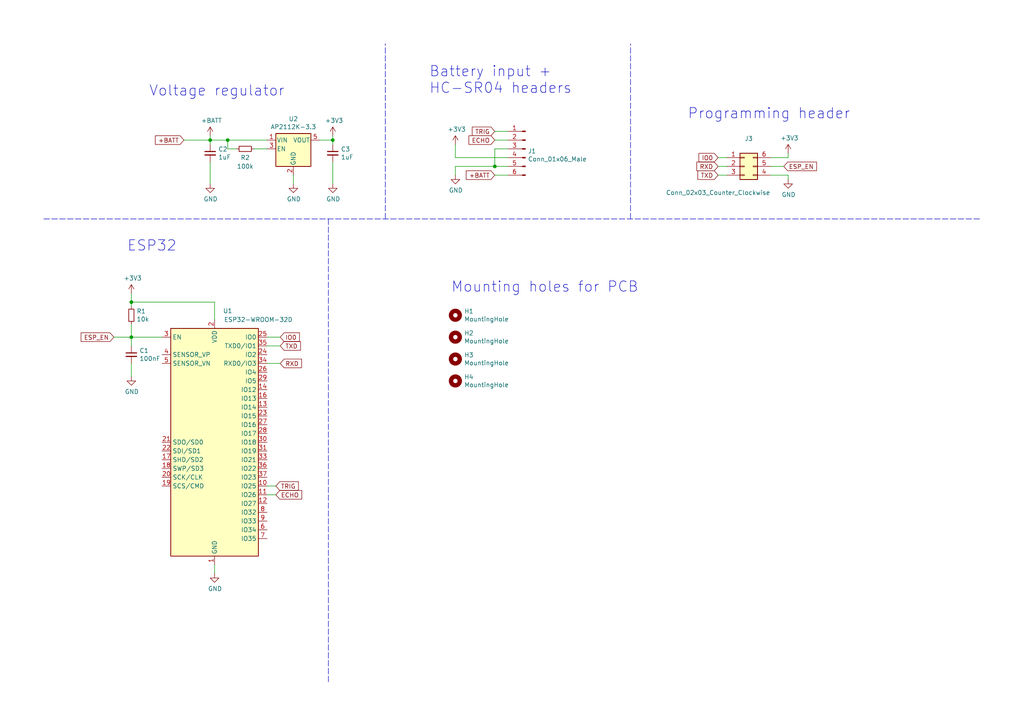
<source format=kicad_sch>
(kicad_sch (version 20210621) (generator eeschema)
  (paper "A4")
  (lib_symbols
    (symbol "Connector:Conn_01x06_Male" (pin_names (offset 1.016) hide)
      (property "Reference" "J" (at 0 7.62 0))
      (property "Value" "Conn_01x06_Male" (at 0 -10.16 0))
      (symbol "Conn_01x06_Male_1_1"
        (polyline (pts (xy 1.27 -7.62) (xy 0.8636 -7.62)) (stroke (width 0.1524)))
        (polyline (pts (xy 1.27 -5.08) (xy 0.8636 -5.08)) (stroke (width 0.1524)))
        (polyline (pts (xy 1.27 -2.54) (xy 0.8636 -2.54)) (stroke (width 0.1524)))
        (polyline (pts (xy 1.27 0) (xy 0.8636 0)) (stroke (width 0.1524)))
        (polyline (pts (xy 1.27 2.54) (xy 0.8636 2.54)) (stroke (width 0.1524)))
        (polyline (pts (xy 1.27 5.08) (xy 0.8636 5.08)) (stroke (width 0.1524)))
        (rectangle (start 0.8636 -7.493) (end 0 -7.747) (stroke (width 0.1524)) (fill (type outline)))
        (rectangle (start 0.8636 -4.953) (end 0 -5.207) (stroke (width 0.1524)) (fill (type outline)))
        (rectangle (start 0.8636 -2.413) (end 0 -2.667) (stroke (width 0.1524)) (fill (type outline)))
        (rectangle (start 0.8636 0.127) (end 0 -0.127) (stroke (width 0.1524)) (fill (type outline)))
        (rectangle (start 0.8636 2.667) (end 0 2.413) (stroke (width 0.1524)) (fill (type outline)))
        (rectangle (start 0.8636 5.207) (end 0 4.953) (stroke (width 0.1524)) (fill (type outline)))
        (pin passive line (at 5.08 5.08 180) (length 3.81) (name "Pin_1") (number "1"))
        (pin passive line (at 5.08 2.54 180) (length 3.81) (name "Pin_2") (number "2"))
        (pin passive line (at 5.08 0 180) (length 3.81) (name "Pin_3") (number "3"))
        (pin passive line (at 5.08 -2.54 180) (length 3.81) (name "Pin_4") (number "4"))
        (pin passive line (at 5.08 -5.08 180) (length 3.81) (name "Pin_5") (number "5"))
        (pin passive line (at 5.08 -7.62 180) (length 3.81) (name "Pin_6") (number "6"))
      )
    )
    (symbol "Connector_Generic:Conn_02x03_Counter_Clockwise" (pin_names (offset 1.016) hide)
      (property "Reference" "J" (at 1.27 5.08 0))
      (property "Value" "Conn_02x03_Counter_Clockwise" (at 1.27 -5.08 0))
      (symbol "Conn_02x03_Counter_Clockwise_1_1"
        (rectangle (start -1.27 -2.413) (end 0 -2.667) (stroke (width 0.1524)))
        (rectangle (start -1.27 0.127) (end 0 -0.127) (stroke (width 0.1524)))
        (rectangle (start -1.27 2.667) (end 0 2.413) (stroke (width 0.1524)))
        (rectangle (start -1.27 3.81) (end 3.81 -3.81) (stroke (width 0.254)) (fill (type background)))
        (rectangle (start 3.81 -2.413) (end 2.54 -2.667) (stroke (width 0.1524)))
        (rectangle (start 3.81 0.127) (end 2.54 -0.127) (stroke (width 0.1524)))
        (rectangle (start 3.81 2.667) (end 2.54 2.413) (stroke (width 0.1524)))
        (pin passive line (at -5.08 2.54 0) (length 3.81) (name "Pin_1") (number "1"))
        (pin passive line (at -5.08 0 0) (length 3.81) (name "Pin_2") (number "2"))
        (pin passive line (at -5.08 -2.54 0) (length 3.81) (name "Pin_3") (number "3"))
        (pin passive line (at 7.62 -2.54 180) (length 3.81) (name "Pin_4") (number "4"))
        (pin passive line (at 7.62 0 180) (length 3.81) (name "Pin_5") (number "5"))
        (pin passive line (at 7.62 2.54 180) (length 3.81) (name "Pin_6") (number "6"))
      )
    )
    (symbol "Device:C_Small" (pin_numbers hide) (pin_names (offset 0.254) hide)
      (property "Reference" "C" (at 0.254 1.778 0))
      (property "Value" "C_Small" (at 0.254 -2.032 0))
      (symbol "C_Small_0_1"
        (polyline (pts (xy -1.524 -0.508) (xy 1.524 -0.508)) (stroke (width 0.3302)))
        (polyline (pts (xy -1.524 0.508) (xy 1.524 0.508)) (stroke (width 0.3048)))
      )
      (symbol "C_Small_1_1"
        (pin passive line (at 0 2.54 270) (length 2.032) (name "~") (number "1"))
        (pin passive line (at 0 -2.54 90) (length 2.032) (name "~") (number "2"))
      )
    )
    (symbol "Device:R_Small" (pin_numbers hide) (pin_names (offset 0.254) hide)
      (property "Reference" "R" (at 0.762 0.508 0))
      (property "Value" "R_Small" (at 0.762 -1.016 0))
      (symbol "R_Small_0_1"
        (rectangle (start -0.762 1.778) (end 0.762 -1.778) (stroke (width 0.2032)))
      )
      (symbol "R_Small_1_1"
        (pin passive line (at 0 2.54 270) (length 0.762) (name "~") (number "1"))
        (pin passive line (at 0 -2.54 90) (length 0.762) (name "~") (number "2"))
      )
    )
    (symbol "Mechanical:MountingHole" (pin_names (offset 1.016))
      (property "Reference" "H" (at 0 5.08 0))
      (property "Value" "MountingHole" (at 0 3.175 0))
      (symbol "MountingHole_0_1"
        (circle (center 0 0) (radius 1.27) (stroke (width 1.27)))
      )
    )
    (symbol "RF_Module:ESP32-WROOM-32D"
      (property "Reference" "U" (at -12.7 34.29 0))
      (property "Value" "ESP32-WROOM-32D" (at 1.27 34.29 0))
      (symbol "ESP32-WROOM-32D_0_1"
        (rectangle (start -12.7 33.02) (end 12.7 -33.02) (stroke (width 0.254)) (fill (type background)))
      )
      (symbol "ESP32-WROOM-32D_1_1"
        (pin power_in line (at 0 -35.56 90) (length 2.54) (name "GND") (number "1"))
        (pin bidirectional line (at 15.24 -12.7 180) (length 2.54) (name "IO25") (number "10"))
        (pin bidirectional line (at 15.24 -15.24 180) (length 2.54) (name "IO26") (number "11"))
        (pin bidirectional line (at 15.24 -17.78 180) (length 2.54) (name "IO27") (number "12"))
        (pin bidirectional line (at 15.24 10.16 180) (length 2.54) (name "IO14") (number "13"))
        (pin bidirectional line (at 15.24 15.24 180) (length 2.54) (name "IO12") (number "14"))
        (pin passive line (at 0 -35.56 90) (length 2.54) hide (name "GND") (number "15"))
        (pin bidirectional line (at 15.24 12.7 180) (length 2.54) (name "IO13") (number "16"))
        (pin bidirectional line (at -15.24 -5.08 0) (length 2.54) (name "SHD/SD2") (number "17"))
        (pin bidirectional line (at -15.24 -7.62 0) (length 2.54) (name "SWP/SD3") (number "18"))
        (pin bidirectional line (at -15.24 -12.7 0) (length 2.54) (name "SCS/CMD") (number "19"))
        (pin power_in line (at 0 35.56 270) (length 2.54) (name "VDD") (number "2"))
        (pin bidirectional line (at -15.24 -10.16 0) (length 2.54) (name "SCK/CLK") (number "20"))
        (pin bidirectional line (at -15.24 0 0) (length 2.54) (name "SDO/SD0") (number "21"))
        (pin bidirectional line (at -15.24 -2.54 0) (length 2.54) (name "SDI/SD1") (number "22"))
        (pin bidirectional line (at 15.24 7.62 180) (length 2.54) (name "IO15") (number "23"))
        (pin bidirectional line (at 15.24 25.4 180) (length 2.54) (name "IO2") (number "24"))
        (pin bidirectional line (at 15.24 30.48 180) (length 2.54) (name "IO0") (number "25"))
        (pin bidirectional line (at 15.24 20.32 180) (length 2.54) (name "IO4") (number "26"))
        (pin bidirectional line (at 15.24 5.08 180) (length 2.54) (name "IO16") (number "27"))
        (pin bidirectional line (at 15.24 2.54 180) (length 2.54) (name "IO17") (number "28"))
        (pin bidirectional line (at 15.24 17.78 180) (length 2.54) (name "IO5") (number "29"))
        (pin input line (at -15.24 30.48 0) (length 2.54) (name "EN") (number "3"))
        (pin bidirectional line (at 15.24 0 180) (length 2.54) (name "IO18") (number "30"))
        (pin bidirectional line (at 15.24 -2.54 180) (length 2.54) (name "IO19") (number "31"))
        (pin no_connect line (at -12.7 -27.94 0) (length 2.54) hide (name "NC") (number "32"))
        (pin bidirectional line (at 15.24 -5.08 180) (length 2.54) (name "IO21") (number "33"))
        (pin bidirectional line (at 15.24 22.86 180) (length 2.54) (name "RXD0/IO3") (number "34"))
        (pin bidirectional line (at 15.24 27.94 180) (length 2.54) (name "TXD0/IO1") (number "35"))
        (pin bidirectional line (at 15.24 -7.62 180) (length 2.54) (name "IO22") (number "36"))
        (pin bidirectional line (at 15.24 -10.16 180) (length 2.54) (name "IO23") (number "37"))
        (pin passive line (at 0 -35.56 90) (length 2.54) hide (name "GND") (number "38"))
        (pin passive line (at 0 -35.56 90) (length 2.54) hide (name "GND") (number "39"))
        (pin input line (at -15.24 25.4 0) (length 2.54) (name "SENSOR_VP") (number "4"))
        (pin input line (at -15.24 22.86 0) (length 2.54) (name "SENSOR_VN") (number "5"))
        (pin input line (at 15.24 -25.4 180) (length 2.54) (name "IO34") (number "6"))
        (pin input line (at 15.24 -27.94 180) (length 2.54) (name "IO35") (number "7"))
        (pin bidirectional line (at 15.24 -20.32 180) (length 2.54) (name "IO32") (number "8"))
        (pin bidirectional line (at 15.24 -22.86 180) (length 2.54) (name "IO33") (number "9"))
      )
    )
    (symbol "Regulator_Linear:AP2112K-3.3" (pin_names (offset 0.254))
      (property "Reference" "U" (at -5.08 5.715 0))
      (property "Value" "AP2112K-3.3" (at 0 5.715 0))
      (symbol "AP2112K-3.3_0_1"
        (rectangle (start -5.08 4.445) (end 5.08 -5.08) (stroke (width 0.254)) (fill (type background)))
      )
      (symbol "AP2112K-3.3_1_1"
        (pin power_in line (at -7.62 2.54 0) (length 2.54) (name "VIN") (number "1"))
        (pin power_in line (at 0 -7.62 90) (length 2.54) (name "GND") (number "2"))
        (pin input line (at -7.62 0 0) (length 2.54) (name "EN") (number "3"))
        (pin no_connect line (at 5.08 0 180) (length 2.54) hide (name "NC") (number "4"))
        (pin power_out line (at 7.62 2.54 180) (length 2.54) (name "VOUT") (number "5"))
      )
    )
    (symbol "power:+3V3" (power) (pin_names (offset 0))
      (property "Value" "+3V3" (at 0 3.556 0))
      (symbol "+3V3_0_1"
        (polyline (pts (xy -0.762 1.27) (xy 0 2.54)))
        (polyline (pts (xy 0 0) (xy 0 2.54)))
        (polyline (pts (xy 0 2.54) (xy 0.762 1.27)))
      )
      (symbol "+3V3_1_1"
        (pin power_in line (at 0 0 90) (length 0) hide (name "+3V3") (number "1"))
      )
    )
    (symbol "power:+BATT" (power) (pin_names (offset 0))
      (property "Value" "+BATT" (at 0 3.556 0))
      (symbol "+BATT_0_1"
        (polyline (pts (xy -0.762 1.27) (xy 0 2.54)))
        (polyline (pts (xy 0 0) (xy 0 2.54)))
        (polyline (pts (xy 0 2.54) (xy 0.762 1.27)))
      )
      (symbol "+BATT_1_1"
        (pin power_in line (at 0 0 90) (length 0) hide (name "+BATT") (number "1"))
      )
    )
    (symbol "power:GND" (power) (pin_names (offset 0))
      (property "Value" "GND" (at 0 -3.81 0))
      (symbol "GND_0_1"
        (polyline (pts (xy 0 0) (xy 0 -1.27) (xy 1.27 -1.27) (xy 0 -2.54) (xy -1.27 -1.27) (xy 0 -1.27)))
      )
      (symbol "GND_1_1"
        (pin power_in line (at 0 0 270) (length 0) hide (name "GND") (number "1"))
      )
    )
  )
  (junction (at 96.52 40.64))
  (junction (at 38.1 87.63))
  (junction (at 38.1 97.79))
  (junction (at 143.51 48.26))
  (junction (at 66.04 40.64))
  (junction (at 60.96 40.64))
  (wire (pts (xy 77.47 143.51) (xy 80.01 143.51)))
  (wire (pts (xy 143.51 38.1) (xy 147.32 38.1)))
  (wire (pts (xy 143.51 50.8) (xy 147.32 50.8)))
  (wire (pts (xy 228.6 50.8) (xy 228.6 52.07)))
  (wire (pts (xy 132.08 45.72) (xy 147.32 45.72)))
  (wire (pts (xy 60.96 46.99) (xy 60.96 53.34)))
  (wire (pts (xy 96.52 39.37) (xy 96.52 40.64)))
  (wire (pts (xy 80.01 140.97) (xy 77.47 140.97)))
  (wire (pts (xy 228.6 44.45) (xy 228.6 45.72)))
  (wire (pts (xy 38.1 100.33) (xy 38.1 97.79)))
  (wire (pts (xy 96.52 40.64) (xy 92.71 40.64)))
  (wire (pts (xy 53.34 40.64) (xy 60.96 40.64)))
  (wire (pts (xy 132.08 41.91) (xy 132.08 45.72)))
  (polyline (pts (xy 182.88 63.5) (xy 182.88 12.7)))
  (wire (pts (xy 77.47 105.41) (xy 81.28 105.41)))
  (wire (pts (xy 62.23 163.83) (xy 62.23 166.37)))
  (wire (pts (xy 60.96 41.91) (xy 60.96 40.64)))
  (wire (pts (xy 208.28 45.72) (xy 210.82 45.72)))
  (wire (pts (xy 38.1 97.79) (xy 46.99 97.79)))
  (wire (pts (xy 208.28 50.8) (xy 210.82 50.8)))
  (wire (pts (xy 60.96 39.37) (xy 60.96 40.64)))
  (wire (pts (xy 38.1 87.63) (xy 38.1 88.9)))
  (wire (pts (xy 227.33 48.26) (xy 223.52 48.26)))
  (wire (pts (xy 96.52 41.91) (xy 96.52 40.64)))
  (wire (pts (xy 77.47 97.79) (xy 81.28 97.79)))
  (wire (pts (xy 132.08 48.26) (xy 143.51 48.26)))
  (wire (pts (xy 38.1 105.41) (xy 38.1 109.22)))
  (wire (pts (xy 62.23 87.63) (xy 38.1 87.63)))
  (wire (pts (xy 62.23 87.63) (xy 62.23 92.71)))
  (wire (pts (xy 143.51 48.26) (xy 147.32 48.26)))
  (polyline (pts (xy 111.76 63.5) (xy 111.76 12.7)))
  (wire (pts (xy 96.52 46.99) (xy 96.52 53.34)))
  (polyline (pts (xy 12.7 63.5) (xy 284.48 63.5)))
  (wire (pts (xy 85.09 50.8) (xy 85.09 53.34)))
  (wire (pts (xy 147.32 43.18) (xy 143.51 43.18)))
  (wire (pts (xy 143.51 43.18) (xy 143.51 48.26)))
  (wire (pts (xy 66.04 40.64) (xy 77.47 40.64)))
  (wire (pts (xy 208.28 48.26) (xy 210.82 48.26)))
  (wire (pts (xy 132.08 48.26) (xy 132.08 50.8)))
  (wire (pts (xy 228.6 45.72) (xy 223.52 45.72)))
  (wire (pts (xy 33.02 97.79) (xy 38.1 97.79)))
  (wire (pts (xy 143.51 40.64) (xy 147.32 40.64)))
  (wire (pts (xy 77.47 100.33) (xy 81.28 100.33)))
  (wire (pts (xy 223.52 50.8) (xy 228.6 50.8)))
  (wire (pts (xy 60.96 40.64) (xy 66.04 40.64)))
  (polyline (pts (xy 95.25 63.5) (xy 95.25 198.12)))
  (wire (pts (xy 38.1 93.98) (xy 38.1 97.79)))
  (wire (pts (xy 38.1 85.09) (xy 38.1 87.63)))
  (wire (pts (xy 68.58 43.18) (xy 66.04 43.18)))
  (wire (pts (xy 73.66 43.18) (xy 77.47 43.18)))
  (wire (pts (xy 66.04 43.18) (xy 66.04 40.64)))
  (text "ESP32\n\n\n\n" (at 36.83 87.63 0) (effects (font (size 2.9972 2.9972)) (justify left bottom)))
  (text "Battery input +\nHC-SR04 headers\n\n\n\n" (at 124.46 41.91 0) (effects (font (size 2.9972 2.9972)) (justify left bottom)))
  (text "Mounting holes for PCB\n" (at 130.81 85.09 0) (effects (font (size 2.9972 2.9972)) (justify left bottom)))
  (text "Voltage regulator\n\n" (at 43.18 33.02 0) (effects (font (size 2.9972 2.9972)) (justify left bottom)))
  (text "Programming header\n\n\n" (at 199.39 44.45 0) (effects (font (size 2.9972 2.9972)) (justify left bottom)))
  (global_label "ESP_EN" (shape input) (at 227.33 48.26 0) (property "Intersheet References" "${INTERSHEET_REFS}" (effects hide)))
  (global_label "RXD" (shape input) (at 81.28 105.41 0) (property "Intersheet References" "${INTERSHEET_REFS}" (effects hide)))
  (global_label "IO0" (shape input) (at 81.28 97.79 0) (property "Intersheet References" "${INTERSHEET_REFS}" (effects hide)))
  (global_label "IO0" (shape input) (at 208.28 45.72 180) (property "Intersheet References" "${INTERSHEET_REFS}" (effects hide)))
  (global_label "TXD" (shape input) (at 81.28 100.33 0) (property "Intersheet References" "${INTERSHEET_REFS}" (effects hide)))
  (global_label "+BATT" (shape input) (at 53.34 40.64 180) (property "Intersheet References" "${INTERSHEET_REFS}" (effects hide)))
  (global_label "ESP_EN" (shape input) (at 33.02 97.79 180) (property "Intersheet References" "${INTERSHEET_REFS}" (effects hide)))
  (global_label "TXD" (shape input) (at 208.28 50.8 180) (property "Intersheet References" "${INTERSHEET_REFS}" (effects hide)))
  (global_label "TRIG" (shape input) (at 80.01 140.97 0) (property "Intersheet References" "${INTERSHEET_REFS}" (effects hide)))
  (global_label "+BATT" (shape input) (at 143.51 50.8 180) (property "Intersheet References" "${INTERSHEET_REFS}" (effects hide)))
  (global_label "TRIG" (shape input) (at 143.51 38.1 180) (property "Intersheet References" "${INTERSHEET_REFS}" (effects hide)))
  (global_label "ECHO" (shape input) (at 80.01 143.51 0) (property "Intersheet References" "${INTERSHEET_REFS}" (effects hide)))
  (global_label "ECHO" (shape input) (at 143.51 40.64 180) (property "Intersheet References" "${INTERSHEET_REFS}" (effects hide)))
  (global_label "RXD" (shape input) (at 208.28 48.26 180) (property "Intersheet References" "${INTERSHEET_REFS}" (effects hide)))
  (symbol (lib_id "RF_Module:ESP32-WROOM-32D") (at 62.23 128.27 0) (unit 1)
    (property "Reference" "U1" (at 66.04 90.17 0))
    (property "Value" "ESP32-WROOM-32D" (at 74.93 92.71 0))
    (property "Footprint" "RF_Module:ESP32-WROOM-32" (effects hide))
    (property "Datasheet" "https://www.espressif.com/sites/default/files/documentation/esp32-wroom-32d_esp32-wroom-32u_datasheet_en.pdf" (effects hide))
  )
  (symbol (lib_id "Device:R_Small") (at 38.1 91.44 0) (unit 1)
    (property "Reference" "R1" (at 39.5986 90.2716 0) (effects (justify left)))
    (property "Value" "10k" (at 39.5986 92.583 0) (effects (justify left)))
    (property "Footprint" "Resistor_SMD:R_0603_1608Metric_Pad0.98x0.95mm_HandSolder" (effects hide))
  )
  (symbol (lib_id "Device:C_Small") (at 38.1 102.87 0) (unit 1)
    (property "Reference" "C1" (at 40.4368 101.7016 0) (effects (justify left)))
    (property "Value" "100nF" (at 40.4368 104.013 0) (effects (justify left)))
    (property "Footprint" "Capacitor_SMD:C_0603_1608Metric_Pad1.08x0.95mm_HandSolder" (effects hide))
  )
  (symbol (lib_id "power:GND") (at 38.1 109.22 0) (unit 1)
    (property "Reference" "#PWR02" (effects hide))
    (property "Value" "GND" (at 38.227 113.6142 0))
  )
  (symbol (lib_id "power:+3V3") (at 38.1 85.09 0) (unit 1)
    (property "Reference" "#PWR01" (effects hide))
    (property "Value" "+3V3" (at 38.481 80.6958 0))
  )
  (symbol (lib_id "power:GND") (at 62.23 166.37 0) (unit 1)
    (property "Reference" "#PWR05" (effects hide))
    (property "Value" "GND" (at 62.357 170.7642 0))
  )
  (symbol (lib_id "Regulator_Linear:AP2112K-3.3") (at 85.09 43.18 0) (unit 1)
    (property "Reference" "U2" (at 85.09 34.4932 0))
    (property "Value" "AP2112K-3.3" (at 85.09 36.8046 0))
    (property "Footprint" "Package_TO_SOT_SMD:SOT-23-5" (effects hide))
    (property "Datasheet" "https://www.diodes.com/assets/Datasheets/AP2112.pdf" (effects hide))
  )
  (symbol (lib_id "Device:R_Small") (at 71.12 43.18 270) (unit 1)
    (property "Reference" "R2" (at 71.12 45.72 90))
    (property "Value" "100k" (at 71.12 48.26 90))
    (property "Footprint" "Resistor_SMD:R_0603_1608Metric_Pad0.98x0.95mm_HandSolder" (effects hide))
  )
  (symbol (lib_id "power:+BATT") (at 60.96 39.37 0) (unit 1)
    (property "Reference" "#PWR03" (effects hide))
    (property "Value" "+BATT" (at 61.341 34.9758 0))
  )
  (symbol (lib_id "Device:C_Small") (at 96.52 44.45 0) (unit 1)
    (property "Reference" "C3" (at 98.8568 43.2816 0) (effects (justify left)))
    (property "Value" "1uF" (at 98.8568 45.593 0) (effects (justify left)))
    (property "Footprint" "Capacitor_SMD:C_0603_1608Metric_Pad1.08x0.95mm_HandSolder" (effects hide))
  )
  (symbol (lib_id "Device:C_Small") (at 60.96 44.45 0) (unit 1)
    (property "Reference" "C2" (at 63.2968 43.2816 0) (effects (justify left)))
    (property "Value" "1uF" (at 63.2968 45.593 0) (effects (justify left)))
    (property "Footprint" "Capacitor_SMD:C_0603_1608Metric_Pad1.08x0.95mm_HandSolder" (effects hide))
  )
  (symbol (lib_id "power:GND") (at 60.96 53.34 0) (unit 1)
    (property "Reference" "#PWR04" (effects hide))
    (property "Value" "GND" (at 61.087 57.7342 0))
  )
  (symbol (lib_id "power:GND") (at 85.09 53.34 0) (unit 1)
    (property "Reference" "#PWR06" (effects hide))
    (property "Value" "GND" (at 85.217 57.7342 0))
  )
  (symbol (lib_id "power:GND") (at 96.52 53.34 0) (unit 1)
    (property "Reference" "#PWR08" (effects hide))
    (property "Value" "GND" (at 96.647 57.7342 0))
  )
  (symbol (lib_id "power:+3V3") (at 96.52 39.37 0) (unit 1)
    (property "Reference" "#PWR07" (effects hide))
    (property "Value" "+3V3" (at 96.901 34.9758 0))
  )
  (symbol (lib_id "power:+3V3") (at 132.08 41.91 0) (unit 1)
    (property "Reference" "#PWR09" (effects hide))
    (property "Value" "+3V3" (at 132.461 37.5158 0))
  )
  (symbol (lib_id "power:GND") (at 132.08 50.8 0) (unit 1)
    (property "Reference" "#PWR010" (effects hide))
    (property "Value" "GND" (at 132.207 55.1942 0))
  )
  (symbol (lib_id "Connector_Generic:Conn_02x03_Counter_Clockwise") (at 215.9 48.26 0) (unit 1)
    (property "Reference" "J3" (at 217.17 40.2082 0))
    (property "Value" "Conn_02x03_Counter_Clockwise" (at 208.28 55.88 0))
    (property "Footprint" "Connector_PinHeader_2.54mm:PinHeader_1x06_P2.54mm_Vertical" (effects hide))
  )
  (symbol (lib_id "power:+3V3") (at 228.6 44.45 0) (unit 1)
    (property "Reference" "#PWR011" (effects hide))
    (property "Value" "+3V3" (at 228.981 40.0558 0))
  )
  (symbol (lib_id "power:GND") (at 228.6 52.07 0) (unit 1)
    (property "Reference" "#PWR012" (effects hide))
    (property "Value" "GND" (at 228.727 56.4642 0))
  )
  (symbol (lib_id "Connector:Conn_01x06_Male") (at 152.4 43.18 0) (mirror y) (unit 1)
    (property "Reference" "J1" (at 153.1112 43.8404 0) (effects (justify right)))
    (property "Value" "Conn_01x06_Male" (at 153.1112 46.1518 0) (effects (justify right)))
    (property "Footprint" "TerminalBlock_Phoenix:TerminalBlock_Phoenix_MPT-0,5-6-2.54_1x06_P2.54mm_Horizontal" (effects hide))
  )
  (symbol (lib_id "Mechanical:MountingHole") (at 132.08 91.44 0) (unit 1)
    (property "Reference" "H1" (at 134.62 90.2716 0) (effects (justify left)))
    (property "Value" "MountingHole" (at 134.62 92.583 0) (effects (justify left)))
    (property "Footprint" "MountingHole:MountingHole_2.1mm" (effects hide))
  )
  (symbol (lib_id "Mechanical:MountingHole") (at 132.08 97.79 0) (unit 1)
    (property "Reference" "H2" (at 134.62 96.6216 0) (effects (justify left)))
    (property "Value" "MountingHole" (at 134.62 98.933 0) (effects (justify left)))
    (property "Footprint" "MountingHole:MountingHole_2.1mm" (effects hide))
  )
  (symbol (lib_id "Mechanical:MountingHole") (at 132.08 104.14 0) (unit 1)
    (property "Reference" "H3" (at 134.62 102.9716 0) (effects (justify left)))
    (property "Value" "MountingHole" (at 134.62 105.283 0) (effects (justify left)))
    (property "Footprint" "MountingHole:MountingHole_2.1mm" (effects hide))
  )
  (symbol (lib_id "Mechanical:MountingHole") (at 132.08 110.49 0) (unit 1)
    (property "Reference" "H4" (at 134.62 109.3216 0) (effects (justify left)))
    (property "Value" "MountingHole" (at 134.62 111.633 0) (effects (justify left)))
    (property "Footprint" "MountingHole:MountingHole_2.1mm" (effects hide))
  )
)
</source>
